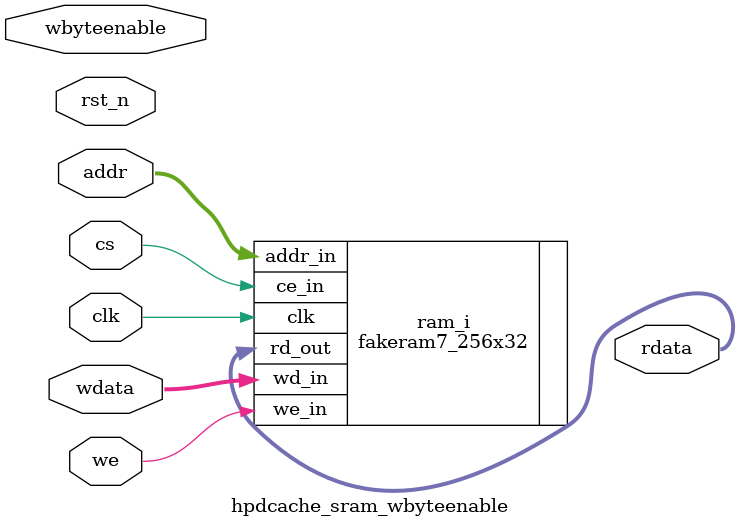
<source format=sv>
/*
 *  Copyright 2023 CEA*
 *  *Commissariat a l'Energie Atomique et aux Energies Alternatives (CEA)
 *
 *  SPDX-License-Identifier: Apache-2.0 WITH SHL-2.1
 *
 *  Licensed under the Solderpad Hardware License v 2.1 (the “License”); you
 *  may not use this file except in compliance with the License, or, at your
 *  option, the Apache License version 2.0. You may obtain a copy of the
 *  License at
 *
 *  https://solderpad.org/licenses/SHL-2.1/
 *
 *  Unless required by applicable law or agreed to in writing, any work
 *  distributed under the License is distributed on an “AS IS” BASIS, WITHOUT
 *  WARRANTIES OR CONDITIONS OF ANY KIND, either express or implied. See the
 *  License for the specific language governing permissions and limitations
 *  under the License.
 */
/*
 *  Authors       : Cesar Fuguet
 *  Creation Date : March, 2020
 *  Description   : Wrapper for 1RW SRAM macros implementing a write byte enable
 *  History       :
 */
module hpdcache_sram_wbyteenable
#(
    parameter int unsigned ADDR_SIZE = 0,
    parameter int unsigned DATA_SIZE = 0,
    parameter int unsigned DEPTH = 2**ADDR_SIZE
)
(
    input  logic                   clk,
    input  logic                   rst_n,
    input  logic                   cs,
    input  logic                   we,
    input  logic [ADDR_SIZE-1:0]   addr,
    input  logic [DATA_SIZE-1:0]   wdata,
    input  logic [DATA_SIZE/8-1:0] wbyteenable,
    output logic [DATA_SIZE-1:0]   rdata
);
   fakeram7_256x32 ram_i (
        .clk (clk),
        .ce_in(cs),
        .we_in(we),
        .addr_in(addr),
        .wd_in(wdata),
        .rd_out(rdata)
    );
    // hpdcache_sram_wbyteenable_1rw #(
    //     .ADDR_SIZE(ADDR_SIZE),
    //     .DATA_SIZE(DATA_SIZE),
    //     .DEPTH(DEPTH)
    // ) ram_i (
    //     .clk,
    //     .rst_n,
    //     .cs,
    //     .we,
    //     .addr,
    //     .wdata,
    //     .wbyteenable,
    //     .rdata
    // );

endmodule : hpdcache_sram_wbyteenable

</source>
